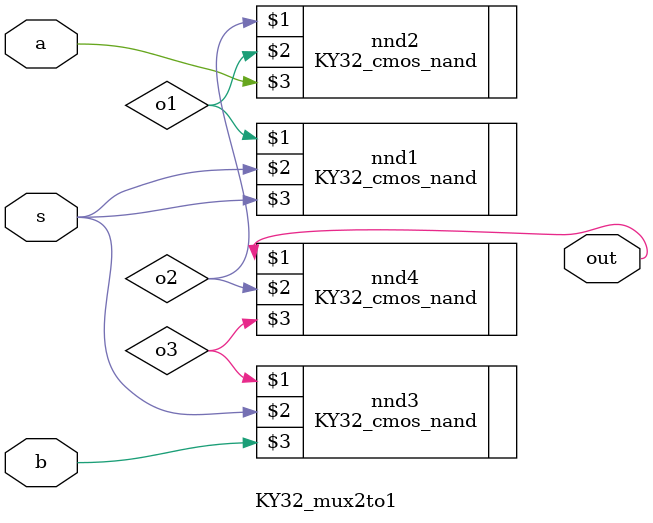
<source format=v>
`include "cmos_nand.v"

module KY32_mux2to1(output out, input a, b, s);
  wire o1, o2, o3;

  KY32_cmos_nand nnd1(o1, s, s);
  KY32_cmos_nand nnd2(o2, o1, a);
  KY32_cmos_nand nnd3(o3, s, b);
  KY32_cmos_nand nnd4(out, o2, o3);
endmodule

</source>
